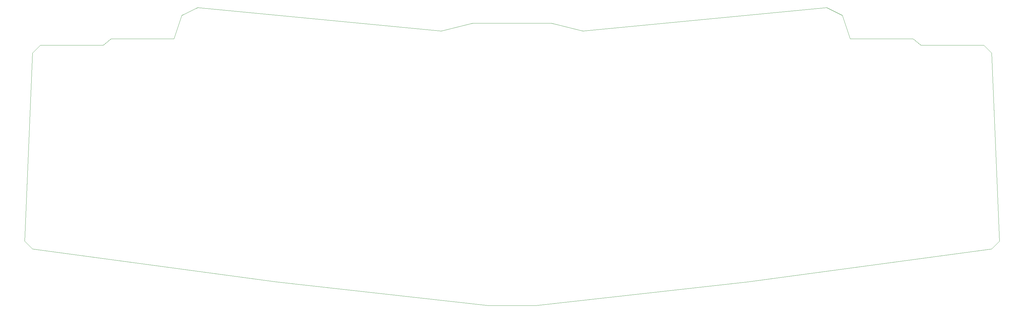
<source format=gbr>
G04 #@! TF.GenerationSoftware,KiCad,Pcbnew,8.0.3*
G04 #@! TF.CreationDate,2024-08-04T13:44:25+09:00*
G04 #@! TF.ProjectId,first_keyboard,66697273-745f-46b6-9579-626f6172642e,rev?*
G04 #@! TF.SameCoordinates,Original*
G04 #@! TF.FileFunction,Profile,NP*
%FSLAX46Y46*%
G04 Gerber Fmt 4.6, Leading zero omitted, Abs format (unit mm)*
G04 Created by KiCad (PCBNEW 8.0.3) date 2024-08-04 13:44:25*
%MOMM*%
%LPD*%
G01*
G04 APERTURE LIST*
G04 #@! TA.AperFunction,Profile*
%ADD10C,0.100000*%
G04 #@! TD*
G04 APERTURE END LIST*
D10*
X92868750Y-121443750D02*
X90487500Y-123350943D01*
X285750000Y-195262500D02*
X359568750Y-185263443D01*
X142875000Y-195262500D02*
X69056250Y-185263443D01*
X90487500Y-123350943D02*
X71437500Y-123350943D01*
X314325000Y-114300000D02*
X316706250Y-121443750D01*
X69056250Y-125732193D02*
X66675000Y-182882193D01*
X359568750Y-125732193D02*
X361950000Y-182882193D01*
X192881250Y-119062500D02*
X202406250Y-116681250D01*
X119062500Y-111918750D02*
X192881250Y-119062500D01*
X119062500Y-111918750D02*
X114300000Y-114300000D01*
X357187500Y-123350943D02*
X359568750Y-125732193D01*
X207168750Y-202406250D02*
X221456250Y-202406250D01*
X66675000Y-182882193D02*
X69056250Y-185263443D01*
X316706250Y-121443750D02*
X335756250Y-121443750D01*
X202406250Y-116681250D02*
X226218750Y-116681250D01*
X309562500Y-111918750D02*
X235743750Y-119062500D01*
X335756250Y-121443750D02*
X338137500Y-123350943D01*
X361950000Y-182882193D02*
X359568750Y-185263443D01*
X142875000Y-195262500D02*
X207168750Y-202406250D01*
X111918750Y-121443750D02*
X92868750Y-121443750D01*
X309562500Y-111918750D02*
X314325000Y-114300000D01*
X114300000Y-114300000D02*
X111918750Y-121443750D01*
X285750000Y-195262500D02*
X221456250Y-202406250D01*
X71437500Y-123350943D02*
X69056250Y-125732193D01*
X235743750Y-119062500D02*
X226218750Y-116681250D01*
X338137500Y-123350943D02*
X357187500Y-123350943D01*
M02*

</source>
